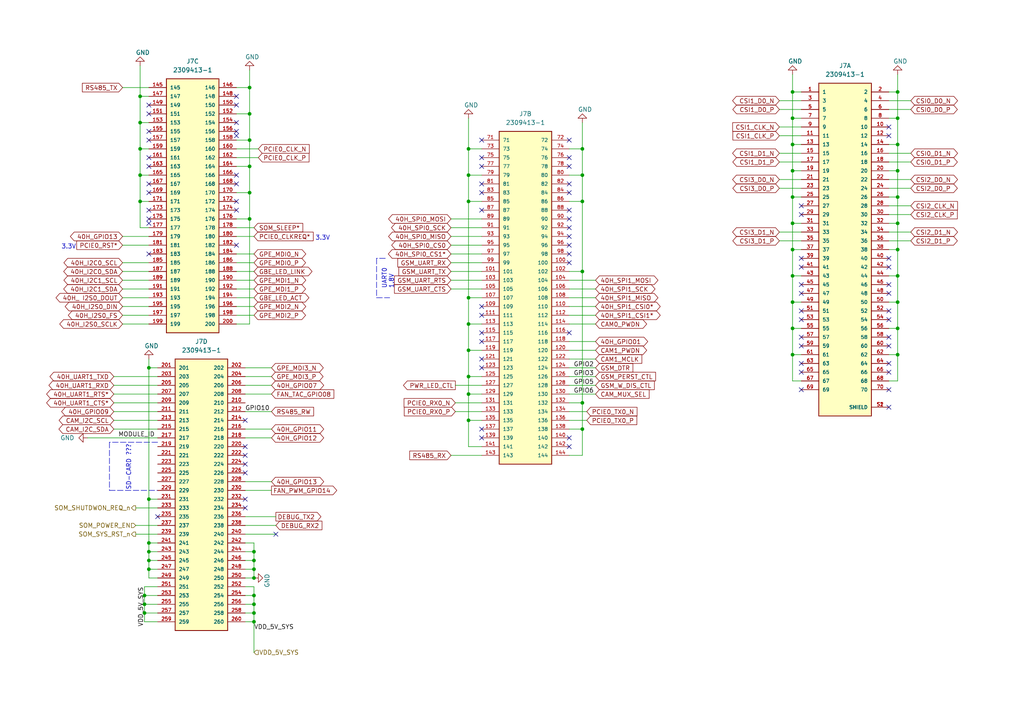
<source format=kicad_sch>
(kicad_sch (version 20211123) (generator eeschema)
  (paper "A4")
  (lib_symbols
    (symbol "2309413-1:2309413-1" (pin_names (offset 1.016))
      (property "Reference" "J" (at -7.62 48.895 0))
      (property "Value" "2309413-1" (at -7.62 -50.8 0))
      (symbol "2309413-1_1_0"
        (rectangle (start -7.62 -48.26) (end 7.62 48.26) (stroke (width 0.254)) (fill (type background)))
        (pin passive line (at -12.7 45.72 0) (length 5.08) (name "1") (number "1"))
        (pin passive line (at 12.7 35.56 180) (length 5.08) (name "10") (number "10"))
        (pin passive line (at -12.7 33.02 0) (length 5.08) (name "11") (number "11"))
        (pin passive line (at 12.7 33.02 180) (length 5.08) (name "12") (number "12"))
        (pin passive line (at -12.7 30.48 0) (length 5.08) (name "13") (number "13"))
        (pin passive line (at 12.7 30.48 180) (length 5.08) (name "14") (number "14"))
        (pin passive line (at -12.7 27.94 0) (length 5.08) (name "15") (number "15"))
        (pin passive line (at 12.7 27.94 180) (length 5.08) (name "16") (number "16"))
        (pin passive line (at -12.7 25.4 0) (length 5.08) (name "17") (number "17"))
        (pin passive line (at 12.7 25.4 180) (length 5.08) (name "18") (number "18"))
        (pin passive line (at -12.7 22.86 0) (length 5.08) (name "19") (number "19"))
        (pin passive line (at 12.7 45.72 180) (length 5.08) (name "2") (number "2"))
        (pin passive line (at 12.7 22.86 180) (length 5.08) (name "20") (number "20"))
        (pin passive line (at -12.7 20.32 0) (length 5.08) (name "21") (number "21"))
        (pin passive line (at 12.7 20.32 180) (length 5.08) (name "22") (number "22"))
        (pin passive line (at -12.7 17.78 0) (length 5.08) (name "23") (number "23"))
        (pin passive line (at 12.7 17.78 180) (length 5.08) (name "24") (number "24"))
        (pin passive line (at -12.7 15.24 0) (length 5.08) (name "25") (number "25"))
        (pin passive line (at 12.7 15.24 180) (length 5.08) (name "26") (number "26"))
        (pin passive line (at -12.7 12.7 0) (length 5.08) (name "27") (number "27"))
        (pin passive line (at 12.7 12.7 180) (length 5.08) (name "28") (number "28"))
        (pin passive line (at -12.7 10.16 0) (length 5.08) (name "29") (number "29"))
        (pin passive line (at -12.7 43.18 0) (length 5.08) (name "3") (number "3"))
        (pin passive line (at 12.7 10.16 180) (length 5.08) (name "30") (number "30"))
        (pin passive line (at -12.7 7.62 0) (length 5.08) (name "31") (number "31"))
        (pin passive line (at 12.7 7.62 180) (length 5.08) (name "32") (number "32"))
        (pin passive line (at -12.7 5.08 0) (length 5.08) (name "33") (number "33"))
        (pin passive line (at 12.7 5.08 180) (length 5.08) (name "34") (number "34"))
        (pin passive line (at -12.7 2.54 0) (length 5.08) (name "35") (number "35"))
        (pin passive line (at 12.7 2.54 180) (length 5.08) (name "36") (number "36"))
        (pin passive line (at -12.7 0 0) (length 5.08) (name "37") (number "37"))
        (pin passive line (at 12.7 0 180) (length 5.08) (name "38") (number "38"))
        (pin passive line (at -12.7 -2.54 0) (length 5.08) (name "39") (number "39"))
        (pin passive line (at 12.7 43.18 180) (length 5.08) (name "4") (number "4"))
        (pin passive line (at 12.7 -2.54 180) (length 5.08) (name "40") (number "40"))
        (pin passive line (at -12.7 -5.08 0) (length 5.08) (name "41") (number "41"))
        (pin passive line (at 12.7 -5.08 180) (length 5.08) (name "42") (number "42"))
        (pin passive line (at -12.7 -7.62 0) (length 5.08) (name "43") (number "43"))
        (pin passive line (at 12.7 -7.62 180) (length 5.08) (name "44") (number "44"))
        (pin passive line (at -12.7 -10.16 0) (length 5.08) (name "45") (number "45"))
        (pin passive line (at 12.7 -10.16 180) (length 5.08) (name "46") (number "46"))
        (pin passive line (at -12.7 -12.7 0) (length 5.08) (name "47") (number "47"))
        (pin passive line (at 12.7 -12.7 180) (length 5.08) (name "48") (number "48"))
        (pin passive line (at -12.7 -15.24 0) (length 5.08) (name "49") (number "49"))
        (pin passive line (at -12.7 40.64 0) (length 5.08) (name "5") (number "5"))
        (pin passive line (at 12.7 -15.24 180) (length 5.08) (name "50") (number "50"))
        (pin passive line (at -12.7 -17.78 0) (length 5.08) (name "51") (number "51"))
        (pin passive line (at 12.7 -17.78 180) (length 5.08) (name "52") (number "52"))
        (pin passive line (at -12.7 -20.32 0) (length 5.08) (name "53") (number "53"))
        (pin passive line (at 12.7 -20.32 180) (length 5.08) (name "54") (number "54"))
        (pin passive line (at -12.7 -22.86 0) (length 5.08) (name "55") (number "55"))
        (pin passive line (at 12.7 -22.86 180) (length 5.08) (name "56") (number "56"))
        (pin passive line (at -12.7 -25.4 0) (length 5.08) (name "57") (number "57"))
        (pin passive line (at 12.7 -25.4 180) (length 5.08) (name "58") (number "58"))
        (pin passive line (at -12.7 -27.94 0) (length 5.08) (name "59") (number "59"))
        (pin passive line (at 12.7 40.64 180) (length 5.08) (name "6") (number "6"))
        (pin passive line (at 12.7 -27.94 180) (length 5.08) (name "60") (number "60"))
        (pin passive line (at -12.7 -30.48 0) (length 5.08) (name "61") (number "61"))
        (pin passive line (at 12.7 -30.48 180) (length 5.08) (name "62") (number "62"))
        (pin passive line (at -12.7 -33.02 0) (length 5.08) (name "63") (number "63"))
        (pin passive line (at 12.7 -33.02 180) (length 5.08) (name "64") (number "64"))
        (pin passive line (at -12.7 -35.56 0) (length 5.08) (name "65") (number "65"))
        (pin passive line (at 12.7 -35.56 180) (length 5.08) (name "66") (number "66"))
        (pin passive line (at -12.7 -38.1 0) (length 5.08) (name "67") (number "67"))
        (pin passive line (at 12.7 -38.1 180) (length 5.08) (name "68") (number "68"))
        (pin passive line (at -12.7 -40.64 0) (length 5.08) (name "69") (number "69"))
        (pin passive line (at -12.7 38.1 0) (length 5.08) (name "7") (number "7"))
        (pin passive line (at 12.7 -40.64 180) (length 5.08) (name "70") (number "70"))
        (pin passive line (at 12.7 38.1 180) (length 5.08) (name "8") (number "8"))
        (pin passive line (at -12.7 35.56 0) (length 5.08) (name "9") (number "9"))
        (pin passive line (at 12.7 -45.72 180) (length 5.08) (name "SHIELD") (number "S1"))
        (pin passive line (at 12.7 -45.72 180) (length 5.08) (name "SHIELD") (number "S2"))
      )
      (symbol "2309413-1_2_0"
        (rectangle (start -7.62 -48.26) (end 7.62 48.26) (stroke (width 0.254)) (fill (type background)))
        (pin passive line (at 12.7 10.16 180) (length 5.08) (name "100") (number "100"))
        (pin passive line (at -12.7 7.62 0) (length 5.08) (name "101") (number "101"))
        (pin passive line (at 12.7 7.62 180) (length 5.08) (name "102") (number "102"))
        (pin passive line (at -12.7 5.08 0) (length 5.08) (name "103") (number "103"))
        (pin passive line (at 12.7 5.08 180) (length 5.08) (name "104") (number "104"))
        (pin passive line (at -12.7 2.54 0) (length 5.08) (name "105") (number "105"))
        (pin passive line (at 12.7 2.54 180) (length 5.08) (name "106") (number "106"))
        (pin passive line (at -12.7 0 0) (length 5.08) (name "107") (number "107"))
        (pin passive line (at 12.7 0 180) (length 5.08) (name "108") (number "108"))
        (pin passive line (at -12.7 -2.54 0) (length 5.08) (name "109") (number "109"))
        (pin passive line (at 12.7 -2.54 180) (length 5.08) (name "110") (number "110"))
        (pin passive line (at -12.7 -5.08 0) (length 5.08) (name "111") (number "111"))
        (pin passive line (at 12.7 -5.08 180) (length 5.08) (name "112") (number "112"))
        (pin passive line (at -12.7 -7.62 0) (length 5.08) (name "113") (number "113"))
        (pin passive line (at 12.7 -7.62 180) (length 5.08) (name "114") (number "114"))
        (pin passive line (at -12.7 -10.16 0) (length 5.08) (name "115") (number "115"))
        (pin passive line (at 12.7 -10.16 180) (length 5.08) (name "116") (number "116"))
        (pin passive line (at -12.7 -12.7 0) (length 5.08) (name "117") (number "117"))
        (pin passive line (at 12.7 -12.7 180) (length 5.08) (name "118") (number "118"))
        (pin passive line (at -12.7 -15.24 0) (length 5.08) (name "119") (number "119"))
        (pin passive line (at 12.7 -15.24 180) (length 5.08) (name "120") (number "120"))
        (pin passive line (at -12.7 -17.78 0) (length 5.08) (name "121") (number "121"))
        (pin passive line (at 12.7 -17.78 180) (length 5.08) (name "122") (number "122"))
        (pin passive line (at -12.7 -20.32 0) (length 5.08) (name "123") (number "123"))
        (pin passive line (at 12.7 -20.32 180) (length 5.08) (name "124") (number "124"))
        (pin passive line (at -12.7 -22.86 0) (length 5.08) (name "125") (number "125"))
        (pin passive line (at 12.7 -22.86 180) (length 5.08) (name "126") (number "126"))
        (pin passive line (at -12.7 -25.4 0) (length 5.08) (name "127") (number "127"))
        (pin passive line (at 12.7 -25.4 180) (length 5.08) (name "128") (number "128"))
        (pin passive line (at -12.7 -27.94 0) (length 5.08) (name "129") (number "129"))
        (pin passive line (at 12.7 -27.94 180) (length 5.08) (name "130") (number "130"))
        (pin passive line (at -12.7 -30.48 0) (length 5.08) (name "131") (number "131"))
        (pin passive line (at 12.7 -30.48 180) (length 5.08) (name "132") (number "132"))
        (pin passive line (at -12.7 -33.02 0) (length 5.08) (name "133") (number "133"))
        (pin passive line (at 12.7 -33.02 180) (length 5.08) (name "134") (number "134"))
        (pin passive line (at -12.7 -35.56 0) (length 5.08) (name "135") (number "135"))
        (pin passive line (at 12.7 -35.56 180) (length 5.08) (name "136") (number "136"))
        (pin passive line (at -12.7 -38.1 0) (length 5.08) (name "137") (number "137"))
        (pin passive line (at 12.7 -38.1 180) (length 5.08) (name "138") (number "138"))
        (pin passive line (at -12.7 -40.64 0) (length 5.08) (name "139") (number "139"))
        (pin passive line (at 12.7 -40.64 180) (length 5.08) (name "140") (number "140"))
        (pin passive line (at -12.7 -43.18 0) (length 5.08) (name "141") (number "141"))
        (pin passive line (at 12.7 -43.18 180) (length 5.08) (name "142") (number "142"))
        (pin passive line (at -12.7 -45.72 0) (length 5.08) (name "143") (number "143"))
        (pin passive line (at 12.7 -45.72 180) (length 5.08) (name "144") (number "144"))
        (pin passive line (at -12.7 45.72 0) (length 5.08) (name "71") (number "71"))
        (pin passive line (at 12.7 45.72 180) (length 5.08) (name "72") (number "72"))
        (pin passive line (at -12.7 43.18 0) (length 5.08) (name "73") (number "73"))
        (pin passive line (at 12.7 43.18 180) (length 5.08) (name "74") (number "74"))
        (pin passive line (at -12.7 40.64 0) (length 5.08) (name "75") (number "75"))
        (pin passive line (at 12.7 40.64 180) (length 5.08) (name "76") (number "76"))
        (pin passive line (at -12.7 38.1 0) (length 5.08) (name "77") (number "77"))
        (pin passive line (at 12.7 38.1 180) (length 5.08) (name "78") (number "78"))
        (pin passive line (at -12.7 35.56 0) (length 5.08) (name "79") (number "79"))
        (pin passive line (at 12.7 35.56 180) (length 5.08) (name "80") (number "80"))
        (pin passive line (at -12.7 33.02 0) (length 5.08) (name "81") (number "81"))
        (pin passive line (at 12.7 33.02 180) (length 5.08) (name "82") (number "82"))
        (pin passive line (at -12.7 30.48 0) (length 5.08) (name "83") (number "83"))
        (pin passive line (at 12.7 30.48 180) (length 5.08) (name "84") (number "84"))
        (pin passive line (at -12.7 27.94 0) (length 5.08) (name "85") (number "85"))
        (pin passive line (at 12.7 27.94 180) (length 5.08) (name "86") (number "86"))
        (pin passive line (at -12.7 25.4 0) (length 5.08) (name "87") (number "87"))
        (pin passive line (at 12.7 25.4 180) (length 5.08) (name "88") (number "88"))
        (pin passive line (at -12.7 22.86 0) (length 5.08) (name "89") (number "89"))
        (pin passive line (at 12.7 22.86 180) (length 5.08) (name "90") (number "90"))
        (pin passive line (at -12.7 20.32 0) (length 5.08) (name "91") (number "91"))
        (pin passive line (at 12.7 20.32 180) (length 5.08) (name "92") (number "92"))
        (pin passive line (at -12.7 17.78 0) (length 5.08) (name "93") (number "93"))
        (pin passive line (at 12.7 17.78 180) (length 5.08) (name "94") (number "94"))
        (pin passive line (at -12.7 15.24 0) (length 5.08) (name "95") (number "95"))
        (pin passive line (at 12.7 15.24 180) (length 5.08) (name "96") (number "96"))
        (pin passive line (at -12.7 12.7 0) (length 5.08) (name "97") (number "97"))
        (pin passive line (at 12.7 12.7 180) (length 5.08) (name "98") (number "98"))
        (pin passive line (at -12.7 10.16 0) (length 5.08) (name "99") (number "99"))
      )
      (symbol "2309413-1_3_0"
        (rectangle (start -7.62 -38.1) (end 7.62 35.56) (stroke (width 0.254)) (fill (type background)))
        (pin passive line (at -12.7 33.02 0) (length 5.08) (name "145") (number "145"))
        (pin passive line (at 12.7 33.02 180) (length 5.08) (name "146") (number "146"))
        (pin passive line (at -12.7 30.48 0) (length 5.08) (name "147") (number "147"))
        (pin passive line (at 12.7 30.48 180) (length 5.08) (name "148") (number "148"))
        (pin passive line (at -12.7 27.94 0) (length 5.08) (name "149") (number "149"))
        (pin passive line (at 12.7 27.94 180) (length 5.08) (name "150") (number "150"))
        (pin passive line (at -12.7 25.4 0) (length 5.08) (name "151") (number "151"))
        (pin passive line (at 12.7 25.4 180) (length 5.08) (name "152") (number "152"))
        (pin passive line (at -12.7 22.86 0) (length 5.08) (name "153") (number "153"))
        (pin passive line (at 12.7 22.86 180) (length 5.08) (name "154") (number "154"))
        (pin passive line (at -12.7 20.32 0) (length 5.08) (name "155") (number "155"))
        (pin passive line (at 12.7 20.32 180) (length 5.08) (name "156") (number "156"))
        (pin passive line (at -12.7 17.78 0) (length 5.08) (name "157") (number "157"))
        (pin passive line (at 12.7 17.78 180) (length 5.08) (name "158") (number "158"))
        (pin passive line (at -12.7 15.24 0) (length 5.08) (name "159") (number "159"))
        (pin passive line (at 12.7 15.24 180) (length 5.08) (name "160") (number "160"))
        (pin passive line (at -12.7 12.7 0) (length 5.08) (name "161") (number "161"))
        (pin passive line (at 12.7 12.7 180) (length 5.08) (name "162") (number "162"))
        (pin passive line (at -12.7 10.16 0) (length 5.08) (name "163") (number "163"))
        (pin passive line (at 12.7 10.16 180) (length 5.08) (name "164") (number "164"))
        (pin passive line (at -12.7 7.62 0) (length 5.08) (name "165") (number "165"))
        (pin passive line (at 12.7 7.62 180) (length 5.08) (name "166") (number "166"))
        (pin passive line (at -12.7 5.08 0) (length 5.08) (name "167") (number "167"))
        (pin passive line (at 12.7 5.08 180) (length 5.08) (name "168") (number "168"))
        (pin passive line (at -12.7 2.54 0) (length 5.08) (name "169") (number "169"))
        (pin passive line (at 12.7 2.54 180) (length 5.08) (name "170") (number "170"))
        (pin passive line (at -12.7 0 0) (length 5.08) (name "171") (number "171"))
        (pin passive line (at 12.7 0 180) (length 5.08) (name "172") (number "172"))
        (pin passive line (at -12.7 -2.54 0) (length 5.08) (name "173") (number "173"))
        (pin passive line (at 12.7 -2.54 180) (length 5.08) (name "174") (number "174"))
        (pin passive line (at -12.7 -5.08 0) (length 5.08) (name "175") (number "175"))
        (pin passive line (at 12.7 -5.08 180) (length 5.08) (name "176") (number "176"))
        (pin passive line (at -12.7 -7.62 0) (length 5.08) (name "177") (number "177"))
        (pin passive line (at 12.7 -7.62 180) (length 5.08) (name "178") (number "178"))
        (pin passive line (at -12.7 -10.16 0) (length 5.08) (name "179") (number "179"))
        (pin passive line (at 12.7 -10.16 180) (length 5.08) (name "180") (number "180"))
        (pin passive line (at -12.7 -12.7 0) (length 5.08) (name "181") (number "181"))
        (pin passive line (at 12.7 -12.7 180) (length 5.08) (name "182") (number "182"))
        (pin passive line (at -12.7 -15.24 0) (length 5.08) (name "183") (number "183"))
        (pin passive line (at 12.7 -15.24 180) (length 5.08) (name "184") (number "184"))
        (pin passive line (at -12.7 -17.78 0) (length 5.08) (name "185") (number "185"))
        (pin passive line (at 12.7 -17.78 180) (length 5.08) (name "186") (number "186"))
        (pin passive line (at -12.7 -20.32 0) (length 5.08) (name "187") (number "187"))
        (pin passive line (at 12.7 -20.32 180) (length 5.08) (name "188") (number "188"))
        (pin passive line (at -12.7 -22.86 0) (length 5.08) (name "189") (number "189"))
        (pin passive line (at 12.7 -22.86 180) (length 5.08) (name "190") (number "190"))
        (pin passive line (at -12.7 -25.4 0) (length 5.08) (name "191") (number "191"))
        (pin passive line (at 12.7 -25.4 180) (length 5.08) (name "192") (number "192"))
        (pin passive line (at -12.7 -27.94 0) (length 5.08) (name "193") (number "193"))
        (pin passive line (at 12.7 -27.94 180) (length 5.08) (name "194") (number "194"))
        (pin passive line (at -12.7 -30.48 0) (length 5.08) (name "195") (number "195"))
        (pin passive line (at 12.7 -30.48 180) (length 5.08) (name "196") (number "196"))
        (pin passive line (at -12.7 -33.02 0) (length 5.08) (name "197") (number "197"))
        (pin passive line (at 12.7 -33.02 180) (length 5.08) (name "198") (number "198"))
        (pin passive line (at -12.7 -35.56 0) (length 5.08) (name "199") (number "199"))
        (pin passive line (at 12.7 -35.56 180) (length 5.08) (name "200") (number "200"))
      )
      (symbol "2309413-1_4_0"
        (rectangle (start -7.62 -40.64) (end 7.62 38.1) (stroke (width 0.254)) (fill (type background)))
        (pin passive line (at -12.7 35.56 0) (length 5.08) (name "201") (number "201"))
        (pin passive line (at 12.7 35.56 180) (length 5.08) (name "202") (number "202"))
        (pin passive line (at -12.7 33.02 0) (length 5.08) (name "203") (number "203"))
        (pin passive line (at 12.7 33.02 180) (length 5.08) (name "204") (number "204"))
        (pin passive line (at -12.7 30.48 0) (length 5.08) (name "205") (number "205"))
        (pin passive line (at 12.7 30.48 180) (length 5.08) (name "206") (number "206"))
        (pin passive line (at -12.7 27.94 0) (length 5.08) (name "207") (number "207"))
        (pin passive line (at 12.7 27.94 180) (length 5.08) (name "208") (number "208"))
        (pin passive line (at -12.7 25.4 0) (length 5.08) (name "209") (number "209"))
        (pin passive line (at 12.7 25.4 180) (length 5.08) (name "210") (number "210"))
        (pin passive line (at -12.7 22.86 0) (length 5.08) (name "211") (number "211"))
        (pin passive line (at 12.7 22.86 180) (length 5.08) (name "212") (number "212"))
        (pin passive line (at -12.7 20.32 0) (length 5.08) (name "213") (number "213"))
        (pin passive line (at 12.7 20.32 180) (length 5.08) (name "214") (number "214"))
        (pin passive line (at -12.7 17.78 0) (length 5.08) (name "215") (number "215"))
        (pin passive line (at 12.7 17.78 180) (length 5.08) (name "216") (number "216"))
        (pin passive line (at -12.7 15.24 0) (length 5.08) (name "217") (number "217"))
        (pin passive line (at 12.7 15.24 180) (length 5.08) (name "218") (number "218"))
        (pin passive line (at -12.7 12.7 0) (length 5.08) (name "219") (number "219"))
        (pin passive line (at 12.7 12.7 180) (length 5.08) (name "220") (number "220"))
        (pin passive line (at -12.7 10.16 0) (length 5.08) (name "221") (number "221"))
        (pin passive line (at 12.7 10.16 180) (length 5.08) (name "222") (number "222"))
        (pin passive line (at -12.7 7.62 0) (length 5.08) (name "223") (number "223"))
        (pin passive line (at 12.7 7.62 180) (length 5.08) (name "224") (number "224"))
        (pin passive line (at -12.7 5.08 0) (length 5.08) (name "225") (number "225"))
        (pin passive line (at 12.7 5.08 180) (length 5.08) (name "226") (number "226"))
        (pin passive line (at -12.7 2.54 0) (length 5.08) (name "227") (number "227"))
        (pin passive line (at 12.7 2.54 180) (length 5.08) (name "228") (number "228"))
        (pin passive line (at -12.7 0 0) (length 5.08) (name "229") (number "229"))
        (pin passive line (at 12.7 0 180) (length 5.08) (name "230") (number "230"))
        (pin passive line (at -12.7 -2.54 0) (length 5.08) (name "231") (number "231"))
        (pin passive line (at 12.7 -2.54 180) (length 5.08) (name "232") (number "232"))
        (pin passive line (at -12.7 -5.08 0) (length 5.08) (name "233") (number "233"))
        (pin passive line (at 12.7 -5.08 180) (length 5.08) (name "234") (number "234"))
        (pin passive line (at -12.7 -7.62 0) (length 5.08) (name "235") (number "235"))
        (pin passive line (at 12.7 -7.62 180) (length 5.08) (name "236") (number "236"))
        (pin passive line (at -12.7 -10.16 0) (length 5.08) (name "237") (number "237"))
        (pin passive line (at 12.7 -10.16 180) (length 5.08) (name "238") (number "238"))
        (pin passive line (at -12.7 -12.7 0) (length 5.08) (name "239") (number "239"))
        (pin passive line (at 12.7 -12.7 180) (length 5.08) (name "240") (number "240"))
        (pin passive line (at -12.7 -15.24 0) (length 5.08) (name "241") (number "241"))
        (pin passive line (at 12.7 -15.24 180) (length 5.08) (name "242") (number "242"))
        (pin passive line (at -12.7 -17.78 0) (length 5.08) (name "243") (number "243"))
        (pin passive line (at 12.7 -17.78 180) (length 5.08) (name "244") (number "244"))
        (pin passive line (at -12.7 -20.32 0) (length 5.08) (name "245") (number "245"))
        (pin passive line (at 12.7 -20.32 180) (length 5.08) (name "246") (number "246"))
        (pin passive line (at -12.7 -22.86 0) (length 5.08) (name "247") (number "247"))
        (pin passive line (at 12.7 -22.86 180) (length 5.08) (name "248") (number "248"))
        (pin passive line (at -12.7 -25.4 0) (length 5.08) (name "249") (number "249"))
        (pin passive line (at 12.7 -25.4 180) (length 5.08) (name "250") (number "250"))
        (pin passive line (at -12.7 -27.94 0) (length 5.08) (name "251") (number "251"))
        (pin passive line (at 12.7 -27.94 180) (length 5.08) (name "252") (number "252"))
        (pin passive line (at -12.7 -30.48 0) (length 5.08) (name "253") (number "253"))
        (pin passive line (at 12.7 -30.48 180) (length 5.08) (name "254") (number "254"))
        (pin passive line (at -12.7 -33.02 0) (length 5.08) (name "255") (number "255"))
        (pin passive line (at 12.7 -33.02 180) (length 5.08) (name "256") (number "256"))
        (pin passive line (at -12.7 -35.56 0) (length 5.08) (name "257") (number "257"))
        (pin passive line (at 12.7 -35.56 180) (length 5.08) (name "258") (number "258"))
        (pin passive line (at -12.7 -38.1 0) (length 5.08) (name "259") (number "259"))
        (pin passive line (at 12.7 -38.1 180) (length 5.08) (name "260") (number "260"))
      )
    )
    (symbol "power:GND" (power) (pin_names (offset 0))
      (property "Value" "GND" (at 0 -3.81 0))
      (symbol "GND_0_1"
        (polyline (pts (xy 0 0) (xy 0 -1.27) (xy 1.27 -1.27) (xy 0 -2.54) (xy -1.27 -1.27) (xy 0 -1.27)))
      )
      (symbol "GND_1_1"
        (pin power_in line (at 0 0 270) (length 0) hide (name "GND") (number "1"))
      )
    )
  )
  (junction (at 260.35 49.53))
  (junction (at 135.89 93.98))
  (junction (at 41.91 177.8))
  (junction (at 229.87 95.25))
  (junction (at 72.39 33.02))
  (junction (at 168.91 124.46))
  (junction (at 229.87 41.91))
  (junction (at 73.66 162.56))
  (junction (at 40.64 58.42))
  (junction (at 43.18 162.56))
  (junction (at 168.91 43.18))
  (junction (at 135.89 109.22))
  (junction (at 229.87 64.77))
  (junction (at 72.39 63.5))
  (junction (at 41.91 175.26))
  (junction (at 229.87 72.39))
  (junction (at 40.64 35.56))
  (junction (at 260.35 80.01))
  (junction (at 168.91 50.8))
  (junction (at 135.89 43.18))
  (junction (at 73.66 172.72))
  (junction (at 73.66 175.26))
  (junction (at 73.66 160.02))
  (junction (at 135.89 50.8))
  (junction (at 260.35 34.29))
  (junction (at 43.18 106.68))
  (junction (at 73.66 167.64))
  (junction (at 72.39 48.26))
  (junction (at 229.87 57.15))
  (junction (at 260.35 87.63))
  (junction (at 260.35 64.77))
  (junction (at 229.87 49.53))
  (junction (at 73.66 165.1))
  (junction (at 229.87 26.67))
  (junction (at 43.18 160.02))
  (junction (at 260.35 41.91))
  (junction (at 43.18 157.48))
  (junction (at 135.89 114.3))
  (junction (at 135.89 101.6))
  (junction (at 73.66 177.8))
  (junction (at 168.91 78.74))
  (junction (at 260.35 102.87))
  (junction (at 229.87 34.29))
  (junction (at 260.35 72.39))
  (junction (at 73.66 180.34))
  (junction (at 229.87 87.63))
  (junction (at 260.35 57.15))
  (junction (at 40.64 43.18))
  (junction (at 168.91 116.84))
  (junction (at 40.64 27.94))
  (junction (at 229.87 80.01))
  (junction (at 40.64 50.8))
  (junction (at 41.91 172.72))
  (junction (at 72.39 25.4))
  (junction (at 43.18 144.78))
  (junction (at 72.39 55.88))
  (junction (at 43.18 165.1))
  (junction (at 72.39 40.64))
  (junction (at 135.89 121.92))
  (junction (at 168.91 58.42))
  (junction (at 229.87 102.87))
  (junction (at 260.35 95.25))
  (junction (at 260.35 26.67))
  (junction (at 135.89 86.36))
  (junction (at 135.89 58.42))
  (no_connect (at 43.18 60.96))
  (no_connect (at 68.58 60.96))
  (no_connect (at 68.58 58.42))
  (no_connect (at 68.58 71.12))
  (no_connect (at 68.58 50.8))
  (no_connect (at 68.58 53.34))
  (no_connect (at 68.58 27.94))
  (no_connect (at 68.58 30.48))
  (no_connect (at 68.58 35.56))
  (no_connect (at 68.58 39.37))
  (no_connect (at 68.58 38.1))
  (no_connect (at 43.18 45.72))
  (no_connect (at 43.18 48.26))
  (no_connect (at 43.18 64.77))
  (no_connect (at 43.18 63.5))
  (no_connect (at 43.18 73.66))
  (no_connect (at 43.18 53.34))
  (no_connect (at 43.18 55.88))
  (no_connect (at 43.18 30.48))
  (no_connect (at 43.18 33.02))
  (no_connect (at 43.18 38.1))
  (no_connect (at 43.18 40.64))
  (no_connect (at 257.81 107.95))
  (no_connect (at 165.1 40.64))
  (no_connect (at 139.7 45.72))
  (no_connect (at 139.7 48.26))
  (no_connect (at 139.7 40.64))
  (no_connect (at 165.1 45.72))
  (no_connect (at 165.1 48.26))
  (no_connect (at 165.1 53.34))
  (no_connect (at 165.1 55.88))
  (no_connect (at 139.7 127))
  (no_connect (at 165.1 127))
  (no_connect (at 165.1 129.54))
  (no_connect (at 139.7 88.9))
  (no_connect (at 139.7 91.44))
  (no_connect (at 139.7 106.68))
  (no_connect (at 139.7 96.52))
  (no_connect (at 139.7 99.06))
  (no_connect (at 139.7 104.14))
  (no_connect (at 139.7 124.46))
  (no_connect (at 139.7 53.34))
  (no_connect (at 139.7 55.88))
  (no_connect (at 139.7 60.96))
  (no_connect (at 165.1 60.96))
  (no_connect (at 257.81 36.83))
  (no_connect (at 257.81 39.37))
  (no_connect (at 257.81 113.03))
  (no_connect (at 257.81 105.41))
  (no_connect (at 232.41 100.33))
  (no_connect (at 232.41 97.79))
  (no_connect (at 232.41 92.71))
  (no_connect (at 232.41 90.17))
  (no_connect (at 232.41 107.95))
  (no_connect (at 232.41 105.41))
  (no_connect (at 232.41 113.03))
  (no_connect (at 257.81 100.33))
  (no_connect (at 257.81 74.93))
  (no_connect (at 257.81 77.47))
  (no_connect (at 257.81 82.55))
  (no_connect (at 257.81 97.79))
  (no_connect (at 232.41 85.09))
  (no_connect (at 232.41 82.55))
  (no_connect (at 232.41 74.93))
  (no_connect (at 232.41 77.47))
  (no_connect (at 232.41 62.23))
  (no_connect (at 232.41 59.69))
  (no_connect (at 257.81 85.09))
  (no_connect (at 257.81 90.17))
  (no_connect (at 257.81 92.71))
  (no_connect (at 165.1 68.58))
  (no_connect (at 165.1 71.12))
  (no_connect (at 165.1 63.5))
  (no_connect (at 165.1 66.04))
  (no_connect (at 165.1 73.66))
  (no_connect (at 165.1 76.2))
  (no_connect (at 71.12 144.78))
  (no_connect (at 45.72 149.86))
  (no_connect (at 71.12 147.32))
  (no_connect (at 165.1 96.52))
  (no_connect (at 71.12 121.92))
  (no_connect (at 71.12 129.54))
  (no_connect (at 71.12 132.08))
  (no_connect (at 71.12 134.62))
  (no_connect (at 71.12 137.16))
  (no_connect (at 257.81 118.11))
  (no_connect (at 80.01 154.94))
  (wire (pts (xy 73.66 180.34) (xy 73.66 189.23)))
  (wire (pts (xy 257.81 44.45) (xy 264.16 44.45)))
  (wire (pts (xy 71.12 165.1) (xy 73.66 165.1)))
  (wire (pts (xy 33.02 119.38) (xy 45.72 119.38)))
  (wire (pts (xy 257.81 52.07) (xy 264.16 52.07)))
  (wire (pts (xy 45.72 162.56) (xy 43.18 162.56)))
  (wire (pts (xy 130.81 83.82) (xy 139.7 83.82)))
  (wire (pts (xy 257.81 57.15) (xy 260.35 57.15)))
  (wire (pts (xy 45.72 180.34) (xy 41.91 180.34)))
  (wire (pts (xy 165.1 106.68) (xy 172.72 106.68)))
  (wire (pts (xy 232.41 102.87) (xy 229.87 102.87)))
  (wire (pts (xy 73.66 172.72) (xy 71.12 172.72)))
  (wire (pts (xy 232.41 87.63) (xy 229.87 87.63)))
  (wire (pts (xy 229.87 87.63) (xy 229.87 80.01)))
  (wire (pts (xy 226.06 67.31) (xy 232.41 67.31)))
  (wire (pts (xy 40.64 58.42) (xy 40.64 50.8)))
  (wire (pts (xy 260.35 72.39) (xy 260.35 80.01)))
  (wire (pts (xy 73.66 165.1) (xy 73.66 162.56)))
  (wire (pts (xy 41.91 177.8) (xy 41.91 175.26)))
  (wire (pts (xy 260.35 41.91) (xy 260.35 49.53)))
  (polyline (pts (xy 31.75 142.24) (xy 45.72 142.24)))
  (wire (pts (xy 257.81 59.69) (xy 264.16 59.69)))
  (wire (pts (xy 135.89 93.98) (xy 135.89 86.36)))
  (wire (pts (xy 260.35 64.77) (xy 260.35 72.39)))
  (wire (pts (xy 257.81 87.63) (xy 260.35 87.63)))
  (wire (pts (xy 72.39 48.26) (xy 72.39 55.88)))
  (wire (pts (xy 45.72 167.64) (xy 43.18 167.64)))
  (wire (pts (xy 71.12 119.38) (xy 78.74 119.38)))
  (wire (pts (xy 40.64 19.05) (xy 40.64 27.94)))
  (wire (pts (xy 257.81 49.53) (xy 260.35 49.53)))
  (wire (pts (xy 43.18 160.02) (xy 43.18 157.48)))
  (wire (pts (xy 232.41 57.15) (xy 229.87 57.15)))
  (wire (pts (xy 40.64 43.18) (xy 40.64 50.8)))
  (wire (pts (xy 71.12 175.26) (xy 73.66 175.26)))
  (wire (pts (xy 68.58 33.02) (xy 72.39 33.02)))
  (wire (pts (xy 165.1 104.14) (xy 172.72 104.14)))
  (wire (pts (xy 229.87 34.29) (xy 232.41 34.29)))
  (wire (pts (xy 257.81 69.85) (xy 264.16 69.85)))
  (wire (pts (xy 168.91 116.84) (xy 168.91 78.74)))
  (wire (pts (xy 139.7 86.36) (xy 135.89 86.36)))
  (wire (pts (xy 165.1 99.06) (xy 172.72 99.06)))
  (wire (pts (xy 260.35 26.67) (xy 260.35 34.29)))
  (polyline (pts (xy 109.22 74.93) (xy 109.22 86.36)))
  (wire (pts (xy 260.35 57.15) (xy 260.35 64.77)))
  (wire (pts (xy 257.81 29.21) (xy 264.16 29.21)))
  (wire (pts (xy 168.91 50.8) (xy 165.1 50.8)))
  (wire (pts (xy 139.7 43.18) (xy 135.89 43.18)))
  (wire (pts (xy 73.66 180.34) (xy 73.66 177.8)))
  (wire (pts (xy 130.81 68.58) (xy 139.7 68.58)))
  (wire (pts (xy 73.66 177.8) (xy 73.66 175.26)))
  (wire (pts (xy 260.35 110.49) (xy 260.35 102.87)))
  (wire (pts (xy 135.89 114.3) (xy 135.89 109.22)))
  (wire (pts (xy 45.72 170.18) (xy 41.91 170.18)))
  (wire (pts (xy 257.81 64.77) (xy 260.35 64.77)))
  (wire (pts (xy 229.87 26.67) (xy 229.87 34.29)))
  (wire (pts (xy 72.39 93.98) (xy 72.39 63.5)))
  (wire (pts (xy 168.91 43.18) (xy 168.91 50.8)))
  (wire (pts (xy 68.58 55.88) (xy 72.39 55.88)))
  (wire (pts (xy 226.06 31.75) (xy 232.41 31.75)))
  (wire (pts (xy 226.06 46.99) (xy 232.41 46.99)))
  (wire (pts (xy 130.81 78.74) (xy 139.7 78.74)))
  (wire (pts (xy 168.91 35.56) (xy 168.91 43.18)))
  (wire (pts (xy 260.35 49.53) (xy 260.35 57.15)))
  (wire (pts (xy 35.56 83.82) (xy 43.18 83.82)))
  (wire (pts (xy 40.64 35.56) (xy 43.18 35.56)))
  (wire (pts (xy 165.1 88.9) (xy 172.72 88.9)))
  (wire (pts (xy 165.1 114.3) (xy 172.72 114.3)))
  (wire (pts (xy 41.91 180.34) (xy 41.91 177.8)))
  (wire (pts (xy 72.39 63.5) (xy 68.58 63.5)))
  (wire (pts (xy 71.12 180.34) (xy 73.66 180.34)))
  (wire (pts (xy 232.41 80.01) (xy 229.87 80.01)))
  (wire (pts (xy 45.72 106.68) (xy 43.18 106.68)))
  (wire (pts (xy 73.66 160.02) (xy 73.66 157.48)))
  (wire (pts (xy 130.81 71.12) (xy 139.7 71.12)))
  (wire (pts (xy 71.12 109.22) (xy 78.74 109.22)))
  (wire (pts (xy 130.81 76.2) (xy 139.7 76.2)))
  (wire (pts (xy 73.66 68.58) (xy 68.58 68.58)))
  (wire (pts (xy 229.87 49.53) (xy 229.87 41.91)))
  (wire (pts (xy 45.72 157.48) (xy 43.18 157.48)))
  (wire (pts (xy 80.01 149.86) (xy 71.12 149.86)))
  (wire (pts (xy 226.06 39.37) (xy 232.41 39.37)))
  (wire (pts (xy 130.81 73.66) (xy 139.7 73.66)))
  (wire (pts (xy 229.87 72.39) (xy 229.87 64.77)))
  (wire (pts (xy 229.87 110.49) (xy 229.87 102.87)))
  (wire (pts (xy 35.56 86.36) (xy 43.18 86.36)))
  (wire (pts (xy 135.89 109.22) (xy 139.7 109.22)))
  (wire (pts (xy 172.72 93.98) (xy 165.1 93.98)))
  (wire (pts (xy 257.81 102.87) (xy 260.35 102.87)))
  (wire (pts (xy 226.06 54.61) (xy 232.41 54.61)))
  (wire (pts (xy 71.12 142.24) (xy 78.74 142.24)))
  (wire (pts (xy 43.18 43.18) (xy 40.64 43.18)))
  (wire (pts (xy 226.06 29.21) (xy 232.41 29.21)))
  (wire (pts (xy 41.91 175.26) (xy 41.91 172.72)))
  (wire (pts (xy 71.12 177.8) (xy 73.66 177.8)))
  (wire (pts (xy 71.12 167.64) (xy 73.66 167.64)))
  (wire (pts (xy 43.18 162.56) (xy 43.18 160.02)))
  (wire (pts (xy 25.4 127) (xy 45.72 127)))
  (wire (pts (xy 229.87 102.87) (xy 229.87 95.25)))
  (wire (pts (xy 165.1 58.42) (xy 168.91 58.42)))
  (wire (pts (xy 257.81 31.75) (xy 264.16 31.75)))
  (wire (pts (xy 68.58 48.26) (xy 72.39 48.26)))
  (wire (pts (xy 41.91 172.72) (xy 45.72 172.72)))
  (wire (pts (xy 35.56 88.9) (xy 43.18 88.9)))
  (wire (pts (xy 257.81 72.39) (xy 260.35 72.39)))
  (wire (pts (xy 260.35 21.59) (xy 260.35 26.67)))
  (wire (pts (xy 68.58 76.2) (xy 73.66 76.2)))
  (wire (pts (xy 165.1 78.74) (xy 168.91 78.74)))
  (wire (pts (xy 68.58 86.36) (xy 73.66 86.36)))
  (polyline (pts (xy 111.76 74.93) (xy 109.22 74.93)))
  (wire (pts (xy 45.72 177.8) (xy 41.91 177.8)))
  (wire (pts (xy 68.58 78.74) (xy 73.66 78.74)))
  (wire (pts (xy 35.56 76.2) (xy 43.18 76.2)))
  (wire (pts (xy 71.12 170.18) (xy 73.66 170.18)))
  (wire (pts (xy 170.18 119.38) (xy 165.1 119.38)))
  (wire (pts (xy 71.12 127) (xy 78.74 127)))
  (wire (pts (xy 232.41 64.77) (xy 229.87 64.77)))
  (wire (pts (xy 165.1 81.28) (xy 172.72 81.28)))
  (wire (pts (xy 168.91 132.08) (xy 168.91 124.46)))
  (wire (pts (xy 71.12 111.76) (xy 78.74 111.76)))
  (wire (pts (xy 135.89 93.98) (xy 135.89 101.6)))
  (wire (pts (xy 165.1 101.6) (xy 172.72 101.6)))
  (wire (pts (xy 35.56 81.28) (xy 43.18 81.28)))
  (wire (pts (xy 130.81 63.5) (xy 139.7 63.5)))
  (wire (pts (xy 43.18 162.56) (xy 43.18 165.1)))
  (wire (pts (xy 232.41 41.91) (xy 229.87 41.91)))
  (wire (pts (xy 71.12 139.7) (xy 78.74 139.7)))
  (polyline (pts (xy 109.22 86.36) (xy 113.03 86.36)))
  (wire (pts (xy 135.89 121.92) (xy 135.89 114.3)))
  (wire (pts (xy 43.18 144.78) (xy 45.72 144.78)))
  (wire (pts (xy 257.81 41.91) (xy 260.35 41.91)))
  (wire (pts (xy 45.72 160.02) (xy 43.18 160.02)))
  (wire (pts (xy 257.81 54.61) (xy 264.16 54.61)))
  (wire (pts (xy 165.1 91.44) (xy 172.72 91.44)))
  (wire (pts (xy 74.93 43.18) (xy 68.58 43.18)))
  (wire (pts (xy 135.89 121.92) (xy 139.7 121.92)))
  (wire (pts (xy 35.56 78.74) (xy 43.18 78.74)))
  (wire (pts (xy 257.81 62.23) (xy 264.16 62.23)))
  (wire (pts (xy 257.81 95.25) (xy 260.35 95.25)))
  (wire (pts (xy 226.06 52.07) (xy 232.41 52.07)))
  (wire (pts (xy 74.93 45.72) (xy 68.58 45.72)))
  (wire (pts (xy 43.18 27.94) (xy 40.64 27.94)))
  (wire (pts (xy 260.35 87.63) (xy 260.35 95.25)))
  (polyline (pts (xy 31.75 128.27) (xy 31.75 142.24)))
  (wire (pts (xy 73.66 157.48) (xy 71.12 157.48)))
  (wire (pts (xy 229.87 57.15) (xy 229.87 49.53)))
  (wire (pts (xy 257.81 46.99) (xy 264.16 46.99)))
  (wire (pts (xy 71.12 114.3) (xy 78.74 114.3)))
  (wire (pts (xy 130.81 132.08) (xy 139.7 132.08)))
  (wire (pts (xy 257.81 26.67) (xy 260.35 26.67)))
  (wire (pts (xy 71.12 106.68) (xy 78.74 106.68)))
  (wire (pts (xy 33.02 116.84) (xy 45.72 116.84)))
  (wire (pts (xy 43.18 104.14) (xy 43.18 106.68)))
  (wire (pts (xy 132.08 119.38) (xy 139.7 119.38)))
  (wire (pts (xy 257.81 67.31) (xy 264.16 67.31)))
  (wire (pts (xy 139.7 129.54) (xy 135.89 129.54)))
  (wire (pts (xy 40.64 27.94) (xy 40.64 35.56)))
  (wire (pts (xy 257.81 110.49) (xy 260.35 110.49)))
  (wire (pts (xy 35.56 91.44) (xy 43.18 91.44)))
  (wire (pts (xy 170.18 121.92) (xy 165.1 121.92)))
  (wire (pts (xy 260.35 95.25) (xy 260.35 102.87)))
  (wire (pts (xy 165.1 83.82) (xy 172.72 83.82)))
  (wire (pts (xy 130.81 66.04) (xy 139.7 66.04)))
  (wire (pts (xy 165.1 124.46) (xy 168.91 124.46)))
  (wire (pts (xy 132.08 111.76) (xy 139.7 111.76)))
  (wire (pts (xy 68.58 40.64) (xy 72.39 40.64)))
  (wire (pts (xy 257.81 34.29) (xy 260.35 34.29)))
  (wire (pts (xy 165.1 116.84) (xy 168.91 116.84)))
  (polyline (pts (xy 45.72 128.27) (xy 31.75 128.27)))
  (wire (pts (xy 35.56 71.12) (xy 43.18 71.12)))
  (wire (pts (xy 39.37 147.32) (xy 45.72 147.32)))
  (wire (pts (xy 72.39 33.02) (xy 72.39 40.64)))
  (wire (pts (xy 68.58 91.44) (xy 73.66 91.44)))
  (wire (pts (xy 71.12 124.46) (xy 78.74 124.46)))
  (wire (pts (xy 135.89 86.36) (xy 135.89 58.42)))
  (wire (pts (xy 43.18 157.48) (xy 43.18 144.78)))
  (wire (pts (xy 73.66 167.64) (xy 73.66 165.1)))
  (wire (pts (xy 130.81 81.28) (xy 139.7 81.28)))
  (wire (pts (xy 71.12 162.56) (xy 73.66 162.56)))
  (wire (pts (xy 33.02 121.92) (xy 45.72 121.92)))
  (wire (pts (xy 139.7 58.42) (xy 135.89 58.42)))
  (wire (pts (xy 229.87 80.01) (xy 229.87 72.39)))
  (wire (pts (xy 232.41 26.67) (xy 229.87 26.67)))
  (wire (pts (xy 33.02 114.3) (xy 45.72 114.3)))
  (wire (pts (xy 226.06 36.83) (xy 232.41 36.83)))
  (wire (pts (xy 135.89 114.3) (xy 139.7 114.3)))
  (wire (pts (xy 72.39 40.64) (xy 72.39 48.26)))
  (wire (pts (xy 43.18 165.1) (xy 43.18 167.64)))
  (wire (pts (xy 168.91 58.42) (xy 168.91 50.8)))
  (wire (pts (xy 260.35 80.01) (xy 260.35 87.63)))
  (wire (pts (xy 229.87 41.91) (xy 229.87 34.29)))
  (wire (pts (xy 43.18 50.8) (xy 40.64 50.8)))
  (wire (pts (xy 45.72 165.1) (xy 43.18 165.1)))
  (wire (pts (xy 135.89 109.22) (xy 135.89 101.6)))
  (wire (pts (xy 39.37 154.94) (xy 45.72 154.94)))
  (wire (pts (xy 68.58 25.4) (xy 72.39 25.4)))
  (wire (pts (xy 45.72 175.26) (xy 41.91 175.26)))
  (wire (pts (xy 135.89 58.42) (xy 135.89 50.8)))
  (wire (pts (xy 257.81 80.01) (xy 260.35 80.01)))
  (wire (pts (xy 168.91 78.74) (xy 168.91 58.42)))
  (wire (pts (xy 72.39 25.4) (xy 72.39 33.02)))
  (wire (pts (xy 35.56 68.58) (xy 43.18 68.58)))
  (wire (pts (xy 41.91 170.18) (xy 41.91 172.72)))
  (wire (pts (xy 226.06 69.85) (xy 232.41 69.85)))
  (wire (pts (xy 135.89 129.54) (xy 135.89 121.92)))
  (wire (pts (xy 33.02 109.22) (xy 45.72 109.22)))
  (wire (pts (xy 232.41 110.49) (xy 229.87 110.49)))
  (wire (pts (xy 132.08 116.84) (xy 139.7 116.84)))
  (wire (pts (xy 80.01 154.94) (xy 71.12 154.94)))
  (wire (pts (xy 135.89 101.6) (xy 139.7 101.6)))
  (wire (pts (xy 33.02 124.46) (xy 45.72 124.46)))
  (wire (pts (xy 43.18 66.04) (xy 40.64 66.04)))
  (wire (pts (xy 39.37 152.4) (xy 45.72 152.4)))
  (wire (pts (xy 229.87 64.77) (xy 229.87 57.15)))
  (wire (pts (xy 260.35 34.29) (xy 260.35 41.91)))
  (wire (pts (xy 165.1 111.76) (xy 172.72 111.76)))
  (wire (pts (xy 165.1 132.08) (xy 168.91 132.08)))
  (wire (pts (xy 68.58 81.28) (xy 73.66 81.28)))
  (wire (pts (xy 135.89 43.18) (xy 135.89 50.8)))
  (wire (pts (xy 71.12 160.02) (xy 73.66 160.02)))
  (wire (pts (xy 165.1 86.36) (xy 172.72 86.36)))
  (wire (pts (xy 33.02 111.76) (xy 45.72 111.76)))
  (wire (pts (xy 68.58 93.98) (xy 72.39 93.98)))
  (wire (pts (xy 229.87 21.59) (xy 229.87 26.67)))
  (wire (pts (xy 68.58 83.82) (xy 73.66 83.82)))
  (wire (pts (xy 168.91 124.46) (xy 168.91 116.84)))
  (wire (pts (xy 43.18 106.68) (xy 43.18 144.78)))
  (wire (pts (xy 135.89 50.8) (xy 139.7 50.8)))
  (wire (pts (xy 232.41 95.25) (xy 229.87 95.25)))
  (wire (pts (xy 73.66 170.18) (xy 73.66 172.72)))
  (wire (pts (xy 68.58 88.9) (xy 73.66 88.9)))
  (wire (pts (xy 35.56 93.98) (xy 43.18 93.98)))
  (wire (pts (xy 232.41 49.53) (xy 229.87 49.53)))
  (wire (pts (xy 73.66 175.26) (xy 73.66 172.72)))
  (wire (pts (xy 68.58 66.04) (xy 73.66 66.04)))
  (wire (pts (xy 73.66 162.56) (xy 73.66 160.02)))
  (wire (pts (xy 68.58 73.66) (xy 73.66 73.66)))
  (wire (pts (xy 40.64 43.18) (xy 40.64 35.56)))
  (wire (pts (xy 226.06 44.45) (xy 232.41 44.45)))
  (wire (pts (xy 135.89 34.29) (xy 135.89 43.18)))
  (wire (pts (xy 232.41 72.39) (xy 229.87 72.39)))
  (wire (pts (xy 35.56 25.4) (xy 43.18 25.4)))
  (wire (pts (xy 72.39 55.88) (xy 72.39 63.5)))
  (wire (pts (xy 165.1 109.22) (xy 172.72 109.22)))
  (wire (pts (xy 40.64 66.04) (xy 40.64 58.42)))
  (wire (pts (xy 165.1 43.18) (xy 168.91 43.18)))
  (wire (pts (xy 72.39 20.32) (xy 72.39 25.4)))
  (wire (pts (xy 229.87 95.25) (xy 229.87 87.63)))
  (wire (pts (xy 43.18 58.42) (xy 40.64 58.42)))
  (wire (pts (xy 80.01 152.4) (xy 71.12 152.4)))
  (wire (pts (xy 139.7 93.98) (xy 135.89 93.98)))
  (text "3.3V" (at 91.44 69.85 0) (effects (font (size 1.27 1.27)) (justify left bottom)))
  (text "SD-CARD ???" (at 38.1 142.24 90) (effects (font (size 1.27 1.27)) (justify left bottom)))
  (text "3.3V" (at 17.78 72.39 0) (effects (font (size 1.27 1.27)) (justify left bottom)))
  (text "UART0 \n1.8V" (at 114.3 83.82 90) (effects (font (size 1.27 1.27)) (justify left bottom)))
  (label "GPIO6" (at 166.37 114.3 0))
  (label "MODULE_ID" (at 34.29 127 0))
  (label "GPIO10" (at 71.12 119.38 0))
  (label "GPIO3" (at 166.37 109.22 0))
  (label "VDD_5V_SYS" (at 41.91 170.18 270))
  (label "GPIO5" (at 166.37 111.76 0))
  (label "GPIO2" (at 166.37 106.68 0))
  (label "VDD_5V_SYS" (at 73.66 182.88 0))
  (global_label "PCIE0_TX0_P" (shape input) (at 170.18 121.92 0) (property "Intersheet References" "${INTERSHEET_REFS}" (effects hide)))
  (global_label "40H_GPIO12" (shape bidirectional) (at 78.74 127 0) (property "Intersheet References" "${INTERSHEET_REFS}" (effects hide)))
  (global_label "CAM1_PWDN" (shape bidirectional) (at 172.72 101.6 0) (property "Intersheet References" "${INTERSHEET_REFS}" (effects hide)))
  (global_label "PCIE0_RST*" (shape input) (at 35.56 71.12 180) (property "Intersheet References" "${INTERSHEET_REFS}" (effects hide)))
  (global_label "GPE_MDI1_P" (shape bidirectional) (at 73.66 83.82 0) (property "Intersheet References" "${INTERSHEET_REFS}" (effects hide)))
  (global_label "CSI3_D0_P" (shape bidirectional) (at 226.06 54.61 180) (property "Intersheet References" "${INTERSHEET_REFS}" (effects hide)))
  (global_label "40H_SPI1_CSI1*" (shape bidirectional) (at 172.72 91.44 0) (property "Intersheet References" "${INTERSHEET_REFS}" (effects hide)))
  (global_label "40H_SPI0_SCK" (shape bidirectional) (at 130.81 66.04 180) (property "Intersheet References" "${INTERSHEET_REFS}" (effects hide)))
  (global_label "40H_UART1_TXD" (shape bidirectional) (at 33.02 109.22 180) (property "Intersheet References" "${INTERSHEET_REFS}" (effects hide)))
  (global_label "RS485_RX" (shape input) (at 130.81 132.08 180) (property "Intersheet References" "${INTERSHEET_REFS}" (effects hide)))
  (global_label "PCIE0_CLK_N" (shape input) (at 74.93 43.18 0) (property "Intersheet References" "${INTERSHEET_REFS}" (effects hide)))
  (global_label "40H_GPIO09" (shape bidirectional) (at 33.02 119.38 180) (property "Intersheet References" "${INTERSHEET_REFS}" (effects hide)))
  (global_label "40H_I2C0_SCL" (shape bidirectional) (at 35.56 76.2 180) (property "Intersheet References" "${INTERSHEET_REFS}" (effects hide)))
  (global_label "CAM_I2C_SDA" (shape bidirectional) (at 33.02 124.46 180) (property "Intersheet References" "${INTERSHEET_REFS}" (effects hide)))
  (global_label "40H_SPI0_CS1*" (shape bidirectional) (at 130.81 73.66 180) (property "Intersheet References" "${INTERSHEET_REFS}" (effects hide)))
  (global_label "CSI3_D1_P" (shape bidirectional) (at 226.06 69.85 180) (property "Intersheet References" "${INTERSHEET_REFS}" (effects hide)))
  (global_label "GPE_MDI2_N" (shape bidirectional) (at 73.66 88.9 0) (property "Intersheet References" "${INTERSHEET_REFS}" (effects hide)))
  (global_label "40H_UART1_RTS*" (shape bidirectional) (at 33.02 114.3 180) (property "Intersheet References" "${INTERSHEET_REFS}" (effects hide)))
  (global_label "CSI1_CLK_P" (shape input) (at 226.06 39.37 180) (property "Intersheet References" "${INTERSHEET_REFS}" (effects hide)))
  (global_label "CAM_MUX_SEL" (shape input) (at 172.72 114.3 0) (property "Intersheet References" "${INTERSHEET_REFS}" (effects hide)))
  (global_label "CSI2_D0_N" (shape bidirectional) (at 264.16 52.07 0) (property "Intersheet References" "${INTERSHEET_REFS}" (effects hide)))
  (global_label "CSI1_D0_N" (shape bidirectional) (at 226.06 29.21 180) (property "Intersheet References" "${INTERSHEET_REFS}" (effects hide)))
  (global_label "GSM_PERST_CTL" (shape input) (at 172.72 109.22 0) (property "Intersheet References" "${INTERSHEET_REFS}" (effects hide)))
  (global_label "GSM_UART_RTS" (shape input) (at 130.81 81.28 180) (property "Intersheet References" "${INTERSHEET_REFS}" (effects hide)))
  (global_label "GSM_DTR" (shape input) (at 172.72 106.68 0) (property "Intersheet References" "${INTERSHEET_REFS}" (effects hide)))
  (global_label "CSI3_D0_N" (shape bidirectional) (at 226.06 52.07 180) (property "Intersheet References" "${INTERSHEET_REFS}" (effects hide)))
  (global_label "PCIE0_CLKREQ*" (shape input) (at 73.66 68.58 0) (property "Intersheet References" "${INTERSHEET_REFS}" (effects hide)))
  (global_label "DEBUG_TX2" (shape output) (at 80.01 149.86 0) (property "Intersheet References" "${INTERSHEET_REFS}" (effects hide)))
  (global_label "40H_I2S0_SCLK" (shape bidirectional) (at 35.56 93.98 180) (property "Intersheet References" "${INTERSHEET_REFS}" (effects hide)))
  (global_label "40H_SPI1_SCK" (shape bidirectional) (at 172.72 83.82 0) (property "Intersheet References" "${INTERSHEET_REFS}" (effects hide)))
  (global_label "CSI1_D1_P" (shape bidirectional) (at 226.06 46.99 180) (property "Intersheet References" "${INTERSHEET_REFS}" (effects hide)))
  (global_label "CSI0_D0_N" (shape bidirectional) (at 264.16 29.21 0) (property "Intersheet References" "${INTERSHEET_REFS}" (effects hide)))
  (global_label "CAM0_PWDN" (shape bidirectional) (at 172.72 93.98 0) (property "Intersheet References" "${INTERSHEET_REFS}" (effects hide)))
  (global_label "GSM_UART_TX" (shape input) (at 130.81 78.74 180) (property "Intersheet References" "${INTERSHEET_REFS}" (effects hide)))
  (global_label "PCIE0_RX0_P" (shape input) (at 132.08 119.38 180) (property "Intersheet References" "${INTERSHEET_REFS}" (effects hide)))
  (global_label "40H_UART1_CTS*" (shape bidirectional) (at 33.02 116.84 180) (property "Intersheet References" "${INTERSHEET_REFS}" (effects hide)))
  (global_label "40H_SPI1_CSI0*" (shape bidirectional) (at 172.72 88.9 0) (property "Intersheet References" "${INTERSHEET_REFS}" (effects hide)))
  (global_label "40H_SPI0_MOSI" (shape bidirectional) (at 130.81 63.5 180) (property "Intersheet References" "${INTERSHEET_REFS}" (effects hide)))
  (global_label "40H_I2C1_SCL" (shape bidirectional) (at 35.56 81.28 180) (property "Intersheet References" "${INTERSHEET_REFS}" (effects hide)))
  (global_label "CSI2_D0_P" (shape bidirectional) (at 264.16 54.61 0) (property "Intersheet References" "${INTERSHEET_REFS}" (effects hide)))
  (global_label "PCIE0_CLK_P" (shape input) (at 74.93 45.72 0) (property "Intersheet References" "${INTERSHEET_REFS}" (effects hide)))
  (global_label "CSI1_CLK_N" (shape input) (at 226.06 36.83 180) (property "Intersheet References" "${INTERSHEET_REFS}" (effects hide)))
  (global_label "40H_SPI0_CS0" (shape bidirectional) (at 130.81 71.12 180) (property "Intersheet References" "${INTERSHEET_REFS}" (effects hide)))
  (global_label "40H_SPI1_MOSI" (shape bidirectional) (at 172.72 81.28 0) (property "Intersheet References" "${INTERSHEET_REFS}" (effects hide)))
  (global_label "40H_GPIO07" (shape bidirectional) (at 78.74 111.76 0) (property "Intersheet References" "${INTERSHEET_REFS}" (effects hide)))
  (global_label "RS485_RW" (shape input) (at 78.74 119.38 0) (property "Intersheet References" "${INTERSHEET_REFS}" (effects hide)))
  (global_label "PCIE0_RX0_N" (shape input) (at 132.08 116.84 180) (property "Intersheet References" "${INTERSHEET_REFS}" (effects hide)))
  (global_label "GPE_MDI0_N" (shape bidirectional) (at 73.66 73.66 0) (property "Intersheet References" "${INTERSHEET_REFS}" (effects hide)))
  (global_label "40H_I2C1_SDA" (shape bidirectional) (at 35.56 83.82 180) (property "Intersheet References" "${INTERSHEET_REFS}" (effects hide)))
  (global_label "CSI3_D1_N" (shape bidirectional) (at 226.06 67.31 180) (property "Intersheet References" "${INTERSHEET_REFS}" (effects hide)))
  (global_label "GPE_MDI1_N" (shape bidirectional) (at 73.66 81.28 0) (property "Intersheet References" "${INTERSHEET_REFS}" (effects hide)))
  (global_label "40H_GPIO01" (shape bidirectional) (at 172.72 99.06 0) (property "Intersheet References" "${INTERSHEET_REFS}" (effects hide)))
  (global_label "GSM_UART_CTS" (shape input) (at 130.81 83.82 180) (property "Intersheet References" "${INTERSHEET_REFS}" (effects hide)))
  (global_label "40H_GPIO13" (shape bidirectional) (at 35.56 68.58 180) (property "Intersheet References" "${INTERSHEET_REFS}" (effects hide)))
  (global_label "40H_I2C0_SDA" (shape bidirectional) (at 35.56 78.74 180) (property "Intersheet References" "${INTERSHEET_REFS}" (effects hide)))
  (global_label "GPE_MDI3_P" (shape bidirectional) (at 78.74 109.22 0) (property "Intersheet References" "${INTERSHEET_REFS}" (effects hide)))
  (global_label "40H_ I2S0_DOUT" (shape bidirectional) (at 35.56 86.36 180) (property "Intersheet References" "${INTERSHEET_REFS}" (effects hide)))
  (global_label "CSI1_D0_P" (shape bidirectional) (at 226.06 31.75 180) (property "Intersheet References" "${INTERSHEET_REFS}" (effects hide)))
  (global_label "CSI0_D1_N" (shape bidirectional) (at 264.16 44.45 0) (property "Intersheet References" "${INTERSHEET_REFS}" (effects hide)))
  (global_label "FAN_TAC_GPIO08" (shape input) (at 78.74 114.3 0) (property "Intersheet References" "${INTERSHEET_REFS}" (effects hide)))
  (global_label "RS485_TX" (shape input) (at 35.56 25.4 180) (property "Intersheet References" "${INTERSHEET_REFS}" (effects hide)))
  (global_label "GPE_MDI2_P" (shape bidirectional) (at 73.66 91.44 0) (property "Intersheet References" "${INTERSHEET_REFS}" (effects hide)))
  (global_label "CAM_I2C_SCL" (shape bidirectional) (at 33.02 121.92 180) (property "Intersheet References" "${INTERSHEET_REFS}" (effects hide)))
  (global_label "FAN_PWM_GPIO14" (shape output) (at 78.74 142.24 0) (property "Intersheet References" "${INTERSHEET_REFS}" (effects hide)))
  (global_label "40H_SPI1_MISO" (shape bidirectional) (at 172.72 86.36 0) (property "Intersheet References" "${INTERSHEET_REFS}" (effects hide)))
  (global_label "40H_GPIO13" (shape bidirectional) (at 78.74 139.7 0) (property "Intersheet References" "${INTERSHEET_REFS}" (effects hide)))
  (global_label "CSI2_CLK_N" (shape input) (at 264.16 59.69 0) (property "Intersheet References" "${INTERSHEET_REFS}" (effects hide)))
  (global_label "CSI0_D1_P" (shape bidirectional) (at 264.16 46.99 0) (property "Intersheet References" "${INTERSHEET_REFS}" (effects hide)))
  (global_label "CSI2_CLK_P" (shape input) (at 264.16 62.23 0) (property "Intersheet References" "${INTERSHEET_REFS}" (effects hide)))
  (global_label "CSI1_D1_N" (shape bidirectional) (at 226.06 44.45 180) (property "Intersheet References" "${INTERSHEET_REFS}" (effects hide)))
  (global_label "40H_I2S0_FS" (shape bidirectional) (at 35.56 91.44 180) (property "Intersheet References" "${INTERSHEET_REFS}" (effects hide)))
  (global_label "GBE_LED_LINK" (shape bidirectional) (at 73.66 78.74 0) (property "Intersheet References" "${INTERSHEET_REFS}" (effects hide)))
  (global_label "GSM_UART_RX" (shape input) (at 130.81 76.2 180) (property "Intersheet References" "${INTERSHEET_REFS}" (effects hide)))
  (global_label "CAM1_MCLK" (shape input) (at 172.72 104.14 0) (property "Intersheet References" "${INTERSHEET_REFS}" (effects hide)))
  (global_label "GPE_MDI3_N" (shape bidirectional) (at 78.74 106.68 0) (property "Intersheet References" "${INTERSHEET_REFS}" (effects hide)))
  (global_label "CSI0_D0_P" (shape bidirectional) (at 264.16 31.75 0) (property "Intersheet References" "${INTERSHEET_REFS}" (effects hide)))
  (global_label "GPE_MDI0_P" (shape bidirectional) (at 73.66 76.2 0) (property "Intersheet References" "${INTERSHEET_REFS}" (effects hide)))
  (global_label "PWR_LED_CTL" (shape output) (at 132.08 111.76 180) (property "Intersheet References" "${INTERSHEET_REFS}" (effects hide)))
  (global_label "SOM_SLEEP*" (shape input) (at 73.66 66.04 0) (property "Intersheet References" "${INTERSHEET_REFS}" (effects hide)))
  (global_label "CSI2_D1_P" (shape bidirectional) (at 264.16 69.85 0) (property "Intersheet References" "${INTERSHEET_REFS}" (effects hide)))
  (global_label "GBE_LED_ACT" (shape bidirectional) (at 73.66 86.36 0) (property "Intersheet References" "${INTERSHEET_REFS}" (effects hide)))
  (global_label "GSM_W_DIS_CTL" (shape input) (at 172.72 111.76 0) (property "Intersheet References" "${INTERSHEET_REFS}" (effects hide)))
  (global_label "40H_GPIO11" (shape bidirectional) (at 78.74 124.46 0) (property "Intersheet References" "${INTERSHEET_REFS}" (effects hide)))
  (global_label "40H_SPI0_MISO" (shape bidirectional) (at 130.81 68.58 180) (property "Intersheet References" "${INTERSHEET_REFS}" (effects hide)))
  (global_label "DEBUG_RX2" (shape input) (at 80.01 152.4 0) (property "Intersheet References" "${INTERSHEET_REFS}" (effects hide)))
  (global_label "PCIE0_TX0_N" (shape input) (at 170.18 119.38 0) (property "Intersheet References" "${INTERSHEET_REFS}" (effects hide)))
  (global_label "40H_I2S0_DIN" (shape bidirectional) (at 35.56 88.9 180) (property "Intersheet References" "${INTERSHEET_REFS}" (effects hide)))
  (global_label "CSI2_D1_N" (shape bidirectional) (at 264.16 67.31 0) (property "Intersheet References" "${INTERSHEET_REFS}" (effects hide)))
  (global_label "40H_UART1_RXD" (shape bidirectional) (at 33.02 111.76 180) (property "Intersheet References" "${INTERSHEET_REFS}" (effects hide)))
  (hierarchical_label "SOM_SHUTDWON_REQ_n" (shape output) (at 39.37 147.32 180))
  (hierarchical_label "SOM_SYS_RST_n" (shape output) (at 39.37 154.94 180))
  (hierarchical_label "VDD_5V_SYS" (shape input) (at 73.66 189.23 0))
  (hierarchical_label "SOM_POWER_EN" (shape input) (at 39.37 152.4 180))
  (symbol (lib_id "power:GND") (at 72.39 20.32 180) (unit 1)
    (property "Reference" "#PWR0159" (effects hide))
    (property "Value" "GND" (at 71.12 16.51 0) (effects (justify right)))
  )
  (symbol (lib_id "power:GND") (at 260.35 21.59 180) (unit 1)
    (property "Reference" "#PWR0163" (effects hide))
    (property "Value" "GND" (at 259.08 17.78 0) (effects (justify right)))
  )
  (symbol (lib_id "power:GND") (at 40.64 19.05 180) (unit 1)
    (property "Reference" "#PWR0161" (effects hide))
    (property "Value" "GND" (at 39.37 15.24 0) (effects (justify right)))
  )
  (symbol (lib_id "2309413-1:2309413-1") (at 58.42 142.24 0) (unit 4)
    (property "Reference" "J7" (at 58.42 99.06 0))
    (property "Value" "2309413-1" (at 58.42 101.6 0))
    (property "Footprint" "DDR4_DIMM_260P:TE_2309413-1" (effects hide))
    (property "Comment" "2309413-1" (effects hide))
    (property "EU_RoHS_Compliance" "Compliant" (effects hide))
    (property "Product_Type" "Socket" (effects hide))
    (property "Centerline_Pitch" ".5 mm[.0197 in]" (effects hide))
    (property "Number_of_Positions" "260" (effects hide))
  )
  (symbol (lib_id "2309413-1:2309413-1") (at 152.4 86.36 0) (unit 2)
    (property "Reference" "J7" (at 152.4 33.02 0))
    (property "Value" "2309413-1" (at 152.4 35.56 0))
    (property "Footprint" "DDR4_DIMM_260P:TE_2309413-1" (effects hide))
    (property "Comment" "2309413-1" (effects hide))
    (property "EU_RoHS_Compliance" "Compliant" (effects hide))
    (property "Product_Type" "Socket" (effects hide))
    (property "Centerline_Pitch" ".5 mm[.0197 in]" (effects hide))
    (property "Number_of_Positions" "260" (effects hide))
    (property "LCSC" "C2766246" (effects hide))
  )
  (symbol (lib_id "power:GND") (at 73.66 167.64 90) (unit 1)
    (property "Reference" "#PWR0162" (effects hide))
    (property "Value" "GND" (at 77.47 166.37 0) (effects (justify right)))
  )
  (symbol (lib_id "power:GND") (at 168.91 35.56 180) (unit 1)
    (property "Reference" "#PWR0165" (effects hide))
    (property "Value" "GND" (at 167.64 31.75 0) (effects (justify right)))
  )
  (symbol (lib_id "power:GND") (at 135.89 34.29 180) (unit 1)
    (property "Reference" "#PWR0166" (effects hide))
    (property "Value" "GND" (at 134.62 30.48 0) (effects (justify right)))
  )
  (symbol (lib_id "power:GND") (at 25.4 127 270) (unit 1)
    (property "Reference" "#PWR0160" (effects hide))
    (property "Value" "GND" (at 21.59 126.9999 90) (effects (justify right)))
  )
  (symbol (lib_id "2309413-1:2309413-1") (at 245.11 72.39 0) (unit 1)
    (property "Reference" "J7" (at 245.11 19.05 0))
    (property "Value" "2309413-1" (at 245.11 21.59 0))
    (property "Footprint" "DDR4_DIMM_260P:TE_2309413-1" (effects hide))
    (property "Comment" "2309413-1" (effects hide))
    (property "EU_RoHS_Compliance" "Compliant" (effects hide))
    (property "Product_Type" "Socket" (effects hide))
    (property "Centerline_Pitch" ".5 mm[.0197 in]" (effects hide))
    (property "Number_of_Positions" "260" (effects hide))
  )
  (symbol (lib_id "2309413-1:2309413-1") (at 55.88 58.42 0) (unit 3)
    (property "Reference" "J7" (at 55.88 17.78 0))
    (property "Value" "2309413-1" (at 55.88 20.32 0))
    (property "Footprint" "DDR4_DIMM_260P:TE_2309413-1" (effects hide))
    (property "Comment" "2309413-1" (effects hide))
    (property "EU_RoHS_Compliance" "Compliant" (effects hide))
    (property "Product_Type" "Socket" (effects hide))
    (property "Centerline_Pitch" ".5 mm[.0197 in]" (effects hide))
    (property "Number_of_Positions" "260" (effects hide))
  )
  (symbol (lib_id "power:GND") (at 43.18 104.14 180) (unit 1)
    (property "Reference" "#PWR0158" (effects hide))
    (property "Value" "GND" (at 41.91 100.33 0) (effects (justify right)))
  )
  (symbol (lib_id "power:GND") (at 229.87 21.59 180) (unit 1)
    (property "Reference" "#PWR0164" (effects hide))
    (property "Value" "GND" (at 228.6 17.78 0) (effects (justify right)))
  )
)
</source>
